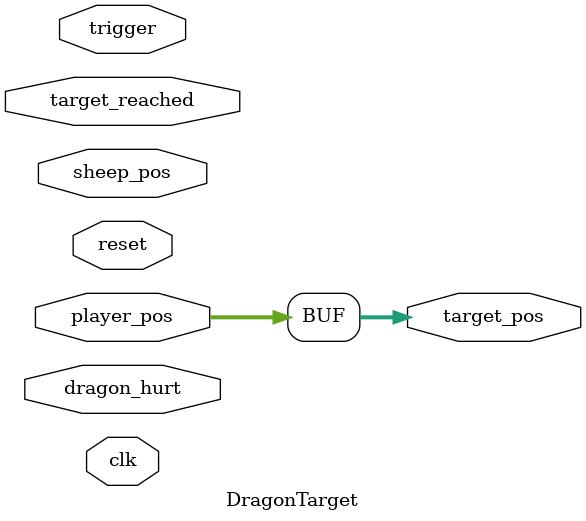
<source format=v>

module DragonTarget(
      input wire clk,
      input wire reset,
      input wire trigger,
      input wire dragon_hurt,
      input wire target_reached,
      input wire [7:0] player_pos, 
      input wire [7:0] sheep_pos,
      output wire [7:0] target_pos
);
    
    reg [7:0] target_pos_reg;
    reg [2:0] DragonBehaviourState = 0;
    reg [2:0] NextDragonBehaviourState = 0;

    always @(posedge clk) begin
      if (~reset) begin

        if (trigger) begin
          DragonBehaviourState <= NextDragonBehaviourState;
        end

      end else begin
        DragonBehaviourState <= 0;
      end

    end

    always @(posedge clk) begin

      case (DragonBehaviourState)
        0: begin //chase the player
          target_pos_reg <= player_pos;
          if (dragon_hurt | target_reached)  NextDragonBehaviourState <= 1; 
        end

        1: begin // chase the sheep
          target_pos_reg <= 8'b1111_1100;
          if (dragon_hurt | target_reached) NextDragonBehaviourState <= 2;
        end

        2: begin // retreat to the corner
          target_pos_reg <= 8'b0000_0000;
           if (target_reached) NextDragonBehaviourState <= 0;
        end

        default : begin 
          target_pos_reg <= player_pos;
        end
      endcase

    end

    assign target_pos = player_pos;
endmodule

</source>
